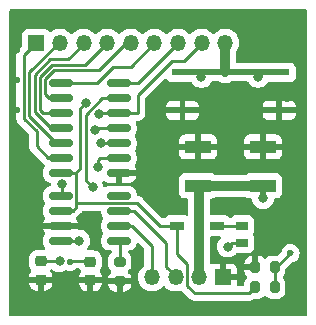
<source format=gbr>
%TF.GenerationSoftware,KiCad,Pcbnew,7.0.1-3b83917a11~172~ubuntu22.04.1*%
%TF.CreationDate,2023-03-19T17:12:06-07:00*%
%TF.ProjectId,CAN_Controller,43414e5f-436f-46e7-9472-6f6c6c65722e,rev?*%
%TF.SameCoordinates,Original*%
%TF.FileFunction,Copper,L2,Bot*%
%TF.FilePolarity,Positive*%
%FSLAX46Y46*%
G04 Gerber Fmt 4.6, Leading zero omitted, Abs format (unit mm)*
G04 Created by KiCad (PCBNEW 7.0.1-3b83917a11~172~ubuntu22.04.1) date 2023-03-19 17:12:06*
%MOMM*%
%LPD*%
G01*
G04 APERTURE LIST*
G04 Aperture macros list*
%AMRoundRect*
0 Rectangle with rounded corners*
0 $1 Rounding radius*
0 $2 $3 $4 $5 $6 $7 $8 $9 X,Y pos of 4 corners*
0 Add a 4 corners polygon primitive as box body*
4,1,4,$2,$3,$4,$5,$6,$7,$8,$9,$2,$3,0*
0 Add four circle primitives for the rounded corners*
1,1,$1+$1,$2,$3*
1,1,$1+$1,$4,$5*
1,1,$1+$1,$6,$7*
1,1,$1+$1,$8,$9*
0 Add four rect primitives between the rounded corners*
20,1,$1+$1,$2,$3,$4,$5,0*
20,1,$1+$1,$4,$5,$6,$7,0*
20,1,$1+$1,$6,$7,$8,$9,0*
20,1,$1+$1,$8,$9,$2,$3,0*%
G04 Aperture macros list end*
%TA.AperFunction,ComponentPad*%
%ADD10R,1.350000X1.350000*%
%TD*%
%TA.AperFunction,ComponentPad*%
%ADD11O,1.350000X1.350000*%
%TD*%
%TA.AperFunction,SMDPad,CuDef*%
%ADD12R,2.200000X1.100000*%
%TD*%
%TA.AperFunction,SMDPad,CuDef*%
%ADD13R,1.820000X0.620000*%
%TD*%
%TA.AperFunction,SMDPad,CuDef*%
%ADD14RoundRect,0.200000X0.275000X-0.200000X0.275000X0.200000X-0.275000X0.200000X-0.275000X-0.200000X0*%
%TD*%
%TA.AperFunction,SMDPad,CuDef*%
%ADD15RoundRect,0.150000X-0.825000X-0.150000X0.825000X-0.150000X0.825000X0.150000X-0.825000X0.150000X0*%
%TD*%
%TA.AperFunction,SMDPad,CuDef*%
%ADD16RoundRect,0.200000X-0.200000X-0.275000X0.200000X-0.275000X0.200000X0.275000X-0.200000X0.275000X0*%
%TD*%
%TA.AperFunction,SMDPad,CuDef*%
%ADD17RoundRect,0.225000X-0.250000X0.225000X-0.250000X-0.225000X0.250000X-0.225000X0.250000X0.225000X0*%
%TD*%
%TA.AperFunction,SMDPad,CuDef*%
%ADD18R,0.990000X0.780000*%
%TD*%
%TA.AperFunction,SMDPad,CuDef*%
%ADD19R,1.200000X0.750000*%
%TD*%
%TA.AperFunction,ViaPad*%
%ADD20C,0.533400*%
%TD*%
%TA.AperFunction,ViaPad*%
%ADD21C,0.800000*%
%TD*%
%TA.AperFunction,Conductor*%
%ADD22C,0.508000*%
%TD*%
%TA.AperFunction,Conductor*%
%ADD23C,0.825500*%
%TD*%
%TA.AperFunction,Conductor*%
%ADD24C,0.254000*%
%TD*%
%TA.AperFunction,Conductor*%
%ADD25C,0.250000*%
%TD*%
G04 APERTURE END LIST*
D10*
%TO.P,J1,1,Pin_1*%
%TO.N,GND*%
X138584000Y-95729000D03*
D11*
%TO.P,J1,2,Pin_2*%
%TO.N,Vdd*%
X136584000Y-95729000D03*
%TO.P,J1,3,Pin_3*%
%TO.N,CAN L*%
X134584000Y-95729000D03*
%TO.P,J1,4,Pin_4*%
%TO.N,CAN H*%
X132584000Y-95729000D03*
%TD*%
D10*
%TO.P,J5,1,Pin_1*%
%TO.N,Net-(J5-Pin_1)*%
X122794000Y-75879000D03*
D11*
%TO.P,J5,2,Pin_2*%
%TO.N,Net-(J5-Pin_2)*%
X124794000Y-75879000D03*
%TO.P,J5,3,Pin_3*%
%TO.N,Net-(J5-Pin_3)*%
X126794000Y-75879000D03*
%TO.P,J5,4,Pin_4*%
%TO.N,Net-(J5-Pin_4)*%
X128794000Y-75879000D03*
%TO.P,J5,5,Pin_5*%
%TO.N,Net-(J5-Pin_5)*%
X130794000Y-75879000D03*
%TO.P,J5,6,Pin_6*%
%TO.N,Net-(J5-Pin_6)*%
X132794000Y-75879000D03*
%TO.P,J5,7,Pin_7*%
%TO.N,Net-(J5-Pin_7)*%
X134794000Y-75879000D03*
%TO.P,J5,8,Pin_8*%
%TO.N,Net-(J5-Pin_8)*%
X136794000Y-75879000D03*
%TO.P,J5,9,Pin_9*%
%TO.N,Vos*%
X138794000Y-75879000D03*
%TD*%
D12*
%TO.P,C3,1*%
%TO.N,GND*%
X136499000Y-84679000D03*
%TO.P,C3,2*%
%TO.N,Vdd*%
X136499000Y-87979000D03*
%TD*%
D13*
%TO.P,C7,1*%
%TO.N,GND*%
X143369000Y-81579000D03*
%TO.P,C7,2*%
%TO.N,Vos*%
X143369000Y-78379000D03*
%TD*%
D12*
%TO.P,C4,1*%
%TO.N,GND*%
X141969000Y-84679000D03*
%TO.P,C4,2*%
%TO.N,Vdd*%
X141969000Y-87979000D03*
%TD*%
D14*
%TO.P,R1,1*%
%TO.N,GND*%
X129850000Y-96050000D03*
%TO.P,R1,2*%
%TO.N,Net-(U3-Rs)*%
X129850000Y-94400000D03*
%TD*%
D15*
%TO.P,U3,1,TXD*%
%TO.N,Net-(U2-TXCAN)*%
X124844000Y-92624000D03*
%TO.P,U3,2,VSS*%
%TO.N,GND*%
X124844000Y-91354000D03*
%TO.P,U3,3,VDD*%
%TO.N,Vos*%
X124844000Y-90084000D03*
%TO.P,U3,4,RXD*%
%TO.N,Net-(U2-RXCAN)*%
X124844000Y-88814000D03*
%TO.P,U3,5,Vref*%
%TO.N,unconnected-(U3-Vref-Pad5)*%
X129794000Y-88814000D03*
%TO.P,U3,6,CANL*%
%TO.N,CAN L*%
X129794000Y-90084000D03*
%TO.P,U3,7,CANH*%
%TO.N,CAN H*%
X129794000Y-91354000D03*
%TO.P,U3,8,Rs*%
%TO.N,Net-(U3-Rs)*%
X129794000Y-92624000D03*
%TD*%
D16*
%TO.P,R3,1*%
%TO.N,Vos*%
X141319836Y-96565000D03*
%TO.P,R3,2*%
%TO.N,Net-(U4-VFB)*%
X142969836Y-96565000D03*
%TD*%
D17*
%TO.P,C2,1*%
%TO.N,Net-(U2-OSC2)*%
X127369000Y-94404000D03*
%TO.P,C2,2*%
%TO.N,GND*%
X127369000Y-95954000D03*
%TD*%
D13*
%TO.P,C6,1*%
%TO.N,GND*%
X135169000Y-81579000D03*
%TO.P,C6,2*%
%TO.N,Vos*%
X135169000Y-78379000D03*
%TD*%
D18*
%TO.P,C5,1,1*%
%TO.N,Net-(U4-BOOST)*%
X140219000Y-92779000D03*
%TO.P,C5,2,2*%
%TO.N,Net-(D2-K)*%
X140219000Y-91379000D03*
%TD*%
D16*
%TO.P,R2,1*%
%TO.N,GND*%
X141315000Y-94870000D03*
%TO.P,R2,2*%
%TO.N,Net-(U4-VFB)*%
X142965000Y-94870000D03*
%TD*%
D19*
%TO.P,D2,1,K*%
%TO.N,Net-(D2-K)*%
X138119000Y-91354000D03*
%TO.P,D2,2,A*%
%TO.N,Vos*%
X134719000Y-91354000D03*
%TD*%
D17*
%TO.P,C1,1*%
%TO.N,Net-(U2-OSC1)*%
X123169000Y-94379000D03*
%TO.P,C1,2*%
%TO.N,GND*%
X123169000Y-95929000D03*
%TD*%
D15*
%TO.P,U1,1,VCC*%
%TO.N,Vos*%
X124844000Y-86909000D03*
%TO.P,U1,2,PA4*%
%TO.N,Net-(J5-Pin_1)*%
X124844000Y-85639000D03*
%TO.P,U1,3,PA5*%
%TO.N,Net-(J5-Pin_2)*%
X124844000Y-84369000D03*
%TO.P,U1,4,PA6*%
%TO.N,Net-(J5-Pin_3)*%
X124844000Y-83099000D03*
%TO.P,U1,5,PA7*%
%TO.N,Net-(J5-Pin_4)*%
X124844000Y-81829000D03*
%TO.P,U1,6,PB3*%
%TO.N,Net-(J5-Pin_5)*%
X124844000Y-80559000D03*
%TO.P,U1,7,PB2*%
%TO.N,Net-(J5-Pin_6)*%
X124844000Y-79289000D03*
%TO.P,U1,8,PB1*%
%TO.N,Net-(J5-Pin_7)*%
X129794000Y-79289000D03*
%TO.P,U1,9,PB0*%
%TO.N,Net-(U1-PB0)*%
X129794000Y-80559000D03*
%TO.P,U1,10,~{RESET}/PA0*%
%TO.N,Net-(J5-Pin_8)*%
X129794000Y-81829000D03*
%TO.P,U1,11,PA1*%
%TO.N,Net-(U1-PA1)*%
X129794000Y-83099000D03*
%TO.P,U1,12,PA2*%
%TO.N,Net-(U1-PA2)*%
X129794000Y-84369000D03*
%TO.P,U1,13,PA3*%
%TO.N,Net-(U1-PA3)*%
X129794000Y-85639000D03*
%TO.P,U1,14,GND*%
%TO.N,GND*%
X129794000Y-86909000D03*
%TD*%
D20*
%TO.N,GND*%
X121150000Y-84060000D03*
X123730000Y-98300000D03*
X141610000Y-86400000D03*
X126230000Y-73900000D03*
X121150000Y-76440000D03*
X144150000Y-92200000D03*
X141610000Y-83300000D03*
X144050000Y-80600000D03*
X128810000Y-98300000D03*
X144150000Y-86400000D03*
X131280000Y-94280000D03*
X123690000Y-73900000D03*
X121150000Y-91680000D03*
X136390000Y-73900000D03*
X121150000Y-94220000D03*
X141510000Y-98300000D03*
X143990000Y-76440000D03*
X138970000Y-98300000D03*
X127850000Y-92100000D03*
X136530000Y-86400000D03*
X131310000Y-73900000D03*
X121150000Y-78980000D03*
X144050000Y-95600000D03*
X133990000Y-86400000D03*
X126270000Y-98300000D03*
X141470000Y-73900000D03*
X133950000Y-89500000D03*
X121150000Y-96760000D03*
X136530000Y-83300000D03*
X127250000Y-90500000D03*
X133850000Y-73900000D03*
X133890000Y-98300000D03*
X139070000Y-83300000D03*
X144150000Y-83300000D03*
D21*
X125150000Y-95600000D03*
D20*
X121150000Y-89140000D03*
X144050000Y-98300000D03*
X133990000Y-83300000D03*
X136430000Y-98300000D03*
X141510000Y-80600000D03*
X121150000Y-98300000D03*
X139070000Y-86400000D03*
X136430000Y-80600000D03*
X141450000Y-76440000D03*
X138930000Y-73900000D03*
X121150000Y-81520000D03*
X121150000Y-73900000D03*
X133890000Y-80600000D03*
X122750000Y-92600000D03*
X144150000Y-89100000D03*
X128770000Y-73900000D03*
X121150000Y-86600000D03*
X144010000Y-73900000D03*
X138970000Y-80600000D03*
X131350000Y-98300000D03*
D21*
%TO.N,Vdd*%
X141984000Y-89041500D03*
%TO.N,Vos*%
X141569000Y-78779000D03*
X136769000Y-78779000D03*
X126981701Y-80941701D03*
%TO.N,Net-(U2-OSC1)*%
X124769000Y-94379000D03*
D20*
%TO.N,Net-(U2-OSC2)*%
X125650000Y-94400000D03*
D21*
%TO.N,Net-(U4-BOOST)*%
X139010000Y-93120000D03*
%TO.N,Net-(J5-Pin_8)*%
X128061300Y-81911300D03*
D20*
%TO.N,Net-(U4-VFB)*%
X144310000Y-93690000D03*
D21*
%TO.N,Net-(U1-PB0)*%
X127550000Y-88100000D03*
%TO.N,Net-(U1-PA1)*%
X127774451Y-83249049D03*
%TO.N,Net-(U1-PA2)*%
X128279000Y-84369000D03*
%TO.N,Net-(U1-PA3)*%
X128053103Y-86372397D03*
%TO.N,Net-(U2-TXCAN)*%
X126440000Y-92624000D03*
%TO.N,Net-(U2-RXCAN)*%
X124979000Y-87829000D03*
%TD*%
D22*
%TO.N,Vdd*%
X136584000Y-88064000D02*
X136499000Y-87979000D01*
D23*
X136499000Y-87979000D02*
X141969000Y-87979000D01*
D22*
X141969000Y-87979000D02*
X141969000Y-89026500D01*
D24*
X141969000Y-89026500D02*
X141984000Y-89041500D01*
D23*
X136584000Y-95729000D02*
X136584000Y-88064000D01*
D22*
%TO.N,Vos*%
X141584000Y-78764000D02*
X141584000Y-78379000D01*
D25*
X141569000Y-78779000D02*
X141969000Y-78379000D01*
X135584000Y-94594000D02*
X135584000Y-96444000D01*
D22*
X136769000Y-78779000D02*
X136769000Y-78394000D01*
D24*
X124844000Y-86909000D02*
X126059000Y-86909000D01*
D25*
X136369000Y-78379000D02*
X136769000Y-78779000D01*
X126470000Y-86538000D02*
X126099000Y-86909000D01*
X126981701Y-80941701D02*
X126529000Y-81394402D01*
X126470000Y-85590000D02*
X126470000Y-86538000D01*
D22*
X141569000Y-78779000D02*
X141584000Y-78764000D01*
X136784000Y-78379000D02*
X138769000Y-78379000D01*
D25*
X135584000Y-96444000D02*
X136200000Y-97060000D01*
X126203000Y-89459000D02*
X126144000Y-89400000D01*
X125866000Y-90084000D02*
X126144000Y-89806000D01*
D22*
X135169000Y-78379000D02*
X136784000Y-78379000D01*
D25*
X136200000Y-97060000D02*
X140824836Y-97060000D01*
X141969000Y-78379000D02*
X143369000Y-78379000D01*
X131349000Y-89459000D02*
X126203000Y-89459000D01*
X126144000Y-86954000D02*
X126099000Y-86909000D01*
X124844000Y-90084000D02*
X125866000Y-90084000D01*
D23*
X138794000Y-75879000D02*
X138794000Y-78354000D01*
D25*
X140824836Y-97060000D02*
X141319836Y-96565000D01*
X133244000Y-91354000D02*
X131349000Y-89459000D01*
X126529000Y-81394402D02*
X126529000Y-85531000D01*
D24*
X134719000Y-91354000D02*
X134719000Y-93729000D01*
D25*
X126144000Y-89806000D02*
X126144000Y-89400000D01*
D22*
X141584000Y-78379000D02*
X143369000Y-78379000D01*
D25*
X126529000Y-85531000D02*
X126470000Y-85590000D01*
X135169000Y-78379000D02*
X136369000Y-78379000D01*
D22*
X136769000Y-78394000D02*
X136784000Y-78379000D01*
D25*
X126144000Y-89400000D02*
X126144000Y-86954000D01*
X134719000Y-91354000D02*
X133244000Y-91354000D01*
X138794000Y-78354000D02*
X138769000Y-78379000D01*
X134719000Y-93729000D02*
X135584000Y-94594000D01*
X126099000Y-86909000D02*
X124844000Y-86909000D01*
D22*
X138769000Y-78379000D02*
X141584000Y-78379000D01*
D24*
%TO.N,CAN L*%
X131059000Y-90084000D02*
X133790000Y-92815000D01*
X133790000Y-92815000D02*
X133790000Y-94847500D01*
X133790000Y-94847500D02*
X134584000Y-95641500D01*
X129794000Y-90084000D02*
X131059000Y-90084000D01*
%TO.N,CAN H*%
X132580000Y-95725000D02*
X132580000Y-93030000D01*
X132584000Y-95729000D02*
X132580000Y-95725000D01*
X132580000Y-93030000D02*
X130904000Y-91354000D01*
X130904000Y-91354000D02*
X129794000Y-91354000D01*
D25*
%TO.N,Net-(U2-OSC1)*%
X124769000Y-94379000D02*
X123169000Y-94379000D01*
%TO.N,Net-(U2-OSC2)*%
X125750000Y-94300000D02*
X127265000Y-94300000D01*
X125650000Y-94400000D02*
X125750000Y-94300000D01*
%TO.N,Net-(U4-BOOST)*%
X139010000Y-93120000D02*
X139351000Y-92779000D01*
X139351000Y-92779000D02*
X140219000Y-92779000D01*
D24*
%TO.N,Net-(D2-K)*%
X138144000Y-91379000D02*
X138119000Y-91354000D01*
X140219000Y-91379000D02*
X138144000Y-91379000D01*
D25*
%TO.N,Net-(J5-Pin_1)*%
X121744000Y-82282147D02*
X121744000Y-76929000D01*
X124844000Y-85639000D02*
X123819000Y-85639000D01*
X122820000Y-83358147D02*
X121744000Y-82282147D01*
X121744000Y-76929000D02*
X122794000Y-75879000D01*
X122820000Y-84640000D02*
X122820000Y-83358147D01*
X123819000Y-85639000D02*
X122820000Y-84640000D01*
%TO.N,Net-(J5-Pin_2)*%
X124467249Y-84369000D02*
X122194000Y-82095751D01*
X124844000Y-84369000D02*
X124467249Y-84369000D01*
X122194000Y-82095751D02*
X122194000Y-78379000D01*
X122194000Y-78379000D02*
X122198061Y-78379000D01*
X124698061Y-75879000D02*
X124794000Y-75879000D01*
X122198061Y-78379000D02*
X124698061Y-75879000D01*
%TO.N,Net-(J5-Pin_3)*%
X126794000Y-75954000D02*
X126794000Y-75879000D01*
X125469000Y-77279000D02*
X126794000Y-75954000D01*
X122644000Y-78569457D02*
X123934457Y-77279000D01*
X122644000Y-81740396D02*
X122644000Y-78569457D01*
X123934457Y-77279000D02*
X125469000Y-77279000D01*
X124844000Y-83099000D02*
X124002604Y-83099000D01*
X124002604Y-83099000D02*
X122644000Y-81740396D01*
%TO.N,Net-(J5-Pin_4)*%
X124120853Y-77729000D02*
X126944000Y-77729000D01*
X124844000Y-81829000D02*
X123369000Y-81829000D01*
X123094000Y-78755853D02*
X124120853Y-77729000D01*
X126944000Y-77729000D02*
X128794000Y-75879000D01*
X123369000Y-81829000D02*
X123094000Y-81554000D01*
X123094000Y-81554000D02*
X123094000Y-78755853D01*
%TO.N,Net-(J5-Pin_5)*%
X124844000Y-80559000D02*
X123899000Y-80559000D01*
X124307249Y-78179000D02*
X128069000Y-78179000D01*
X128069000Y-78179000D02*
X130369000Y-75879000D01*
X123544000Y-78942249D02*
X124307249Y-78179000D01*
X130369000Y-75879000D02*
X130794000Y-75879000D01*
X123544000Y-80204000D02*
X123544000Y-78942249D01*
X123899000Y-80559000D02*
X123544000Y-80204000D01*
%TO.N,Net-(J5-Pin_6)*%
X127909000Y-79289000D02*
X129308000Y-77890000D01*
X129308000Y-77890000D02*
X130783000Y-77890000D01*
X130783000Y-77890000D02*
X132794000Y-75879000D01*
X124844000Y-79289000D02*
X127909000Y-79289000D01*
%TO.N,Net-(J5-Pin_7)*%
X131384000Y-79289000D02*
X134794000Y-75879000D01*
X129794000Y-79289000D02*
X131384000Y-79289000D01*
%TO.N,Net-(J5-Pin_8)*%
X129794000Y-81829000D02*
X131369000Y-81829000D01*
X131369000Y-81829000D02*
X131369000Y-80301792D01*
X134291792Y-77379000D02*
X135294000Y-77379000D01*
X135294000Y-77379000D02*
X136794000Y-75879000D01*
X128143600Y-81829000D02*
X128061300Y-81911300D01*
X131369000Y-80301792D02*
X134291792Y-77379000D01*
X129794000Y-81829000D02*
X128143600Y-81829000D01*
%TO.N,Net-(U4-VFB)*%
X142969836Y-94874836D02*
X142965000Y-94870000D01*
X143100000Y-94870000D02*
X142965000Y-94870000D01*
X142969836Y-96565000D02*
X142969836Y-94874836D01*
X144410000Y-93560000D02*
X143100000Y-94870000D01*
%TO.N,Net-(U1-PB0)*%
X126979000Y-87529000D02*
X126979000Y-81969000D01*
X128389000Y-80559000D02*
X129794000Y-80559000D01*
X126979000Y-81969000D02*
X128389000Y-80559000D01*
X127550000Y-88100000D02*
X126979000Y-87529000D01*
%TO.N,Net-(U1-PA1)*%
X127924500Y-83099000D02*
X129794000Y-83099000D01*
X127774451Y-83249049D02*
X127924500Y-83099000D01*
%TO.N,Net-(U1-PA2)*%
X128279000Y-84369000D02*
X129794000Y-84369000D01*
%TO.N,Net-(U1-PA3)*%
X128221000Y-85639000D02*
X129794000Y-85639000D01*
X128053103Y-85806897D02*
X128221000Y-85639000D01*
X128053103Y-86372397D02*
X128053103Y-85806897D01*
%TO.N,Net-(U2-TXCAN)*%
X126440000Y-92624000D02*
X124844000Y-92624000D01*
%TO.N,Net-(U2-RXCAN)*%
X124979000Y-87829000D02*
X124979000Y-88679000D01*
X124979000Y-88679000D02*
X124844000Y-88814000D01*
%TO.N,Net-(U3-Rs)*%
X129850000Y-92680000D02*
X129794000Y-92624000D01*
X129850000Y-94400000D02*
X129850000Y-92680000D01*
%TD*%
%TA.AperFunction,Conductor*%
%TO.N,GND*%
G36*
X145627500Y-73017113D02*
G01*
X145672887Y-73062500D01*
X145689500Y-73124500D01*
X145689500Y-98855500D01*
X145672887Y-98917500D01*
X145627500Y-98962887D01*
X145565500Y-98979500D01*
X120604145Y-98979500D01*
X120542104Y-98962863D01*
X120496710Y-98917417D01*
X120480145Y-98855357D01*
X120483239Y-96179000D01*
X122194001Y-96179000D01*
X122194001Y-96202315D01*
X122204143Y-96301605D01*
X122257453Y-96462486D01*
X122346426Y-96606732D01*
X122466267Y-96726573D01*
X122610513Y-96815546D01*
X122771393Y-96868856D01*
X122870685Y-96879000D01*
X122919000Y-96879000D01*
X122919000Y-96179000D01*
X123419000Y-96179000D01*
X123419000Y-96878999D01*
X123467315Y-96878999D01*
X123566605Y-96868856D01*
X123727486Y-96815546D01*
X123871732Y-96726573D01*
X123991573Y-96606732D01*
X124080546Y-96462486D01*
X124133856Y-96301606D01*
X124143828Y-96204000D01*
X126394001Y-96204000D01*
X126394001Y-96227315D01*
X126404143Y-96326605D01*
X126457453Y-96487486D01*
X126546426Y-96631732D01*
X126666267Y-96751573D01*
X126810513Y-96840546D01*
X126971393Y-96893856D01*
X127070685Y-96904000D01*
X127119000Y-96904000D01*
X127119000Y-96204000D01*
X127619000Y-96204000D01*
X127619000Y-96903999D01*
X127667315Y-96903999D01*
X127766605Y-96893856D01*
X127927486Y-96840546D01*
X128071732Y-96751573D01*
X128191573Y-96631732D01*
X128280546Y-96487486D01*
X128333856Y-96326606D01*
X128336574Y-96300000D01*
X128875001Y-96300000D01*
X128875001Y-96306579D01*
X128881408Y-96377104D01*
X128931981Y-96539397D01*
X129019925Y-96684875D01*
X129140124Y-96805074D01*
X129285603Y-96893019D01*
X129447893Y-96943590D01*
X129518424Y-96950000D01*
X129600000Y-96950000D01*
X129600000Y-96300000D01*
X130100000Y-96300000D01*
X130100000Y-96949999D01*
X130181579Y-96949999D01*
X130252104Y-96943591D01*
X130414397Y-96893018D01*
X130559875Y-96805074D01*
X130680074Y-96684875D01*
X130768019Y-96539396D01*
X130818590Y-96377106D01*
X130825000Y-96306576D01*
X130825000Y-96300000D01*
X130100000Y-96300000D01*
X129600000Y-96300000D01*
X128875001Y-96300000D01*
X128336574Y-96300000D01*
X128344000Y-96227315D01*
X128344000Y-96204000D01*
X127619000Y-96204000D01*
X127119000Y-96204000D01*
X126394001Y-96204000D01*
X124143828Y-96204000D01*
X124144000Y-96202315D01*
X124144000Y-96179000D01*
X123419000Y-96179000D01*
X122919000Y-96179000D01*
X122194001Y-96179000D01*
X120483239Y-96179000D01*
X120485003Y-94652871D01*
X122185500Y-94652871D01*
X122195763Y-94753336D01*
X122249697Y-94916099D01*
X122339715Y-95062041D01*
X122350001Y-95072326D01*
X122382096Y-95127912D01*
X122382098Y-95192099D01*
X122350006Y-95247687D01*
X122346427Y-95251265D01*
X122257453Y-95395513D01*
X122204143Y-95556393D01*
X122194000Y-95655685D01*
X122194000Y-95679000D01*
X124143999Y-95679000D01*
X124143999Y-95655685D01*
X124133856Y-95556394D01*
X124080546Y-95395513D01*
X123991573Y-95251267D01*
X123987996Y-95247690D01*
X123955901Y-95192099D01*
X123955904Y-95127907D01*
X123988003Y-95072321D01*
X123992926Y-95067398D01*
X124042289Y-95037154D01*
X124100001Y-95032615D01*
X124153484Y-95054770D01*
X124312245Y-95170117D01*
X124486714Y-95247795D01*
X124673511Y-95287500D01*
X124673513Y-95287500D01*
X124864487Y-95287500D01*
X124864489Y-95287500D01*
X125051285Y-95247795D01*
X125051286Y-95247794D01*
X125051288Y-95247794D01*
X125225752Y-95170118D01*
X125263582Y-95142632D01*
X125318445Y-95120267D01*
X125377423Y-95125909D01*
X125476409Y-95160546D01*
X125650000Y-95180105D01*
X125823590Y-95160546D01*
X125988475Y-95102850D01*
X126136388Y-95009911D01*
X126176478Y-94969820D01*
X126216708Y-94942939D01*
X126264161Y-94933500D01*
X126375803Y-94933500D01*
X126436235Y-94949222D01*
X126481341Y-94992403D01*
X126539713Y-95087038D01*
X126550001Y-95097326D01*
X126582096Y-95152912D01*
X126582098Y-95217099D01*
X126550006Y-95272687D01*
X126546427Y-95276265D01*
X126457453Y-95420513D01*
X126404143Y-95581393D01*
X126394000Y-95680685D01*
X126394000Y-95704000D01*
X128343999Y-95704000D01*
X128343999Y-95680685D01*
X128333856Y-95581394D01*
X128280546Y-95420513D01*
X128191573Y-95276267D01*
X128187996Y-95272690D01*
X128155902Y-95217101D01*
X128155903Y-95152912D01*
X128187997Y-95097327D01*
X128198285Y-95087040D01*
X128288302Y-94941101D01*
X128342236Y-94778336D01*
X128352500Y-94677872D01*
X128352500Y-94130128D01*
X128342236Y-94029664D01*
X128341850Y-94028500D01*
X128297614Y-93895001D01*
X128288302Y-93866899D01*
X128198285Y-93720960D01*
X128198284Y-93720959D01*
X128198283Y-93720957D01*
X128077042Y-93599716D01*
X127957021Y-93525686D01*
X127931101Y-93509698D01*
X127931100Y-93509697D01*
X127931099Y-93509697D01*
X127768336Y-93455763D01*
X127677183Y-93446451D01*
X127667872Y-93445500D01*
X127201333Y-93445500D01*
X127146198Y-93432568D01*
X127102563Y-93396470D01*
X127079529Y-93344735D01*
X127081901Y-93288154D01*
X127109181Y-93238529D01*
X127179040Y-93160944D01*
X127192445Y-93137727D01*
X127274527Y-92995556D01*
X127297680Y-92924298D01*
X127333542Y-92813928D01*
X127353504Y-92624000D01*
X127333542Y-92434072D01*
X127289817Y-92299500D01*
X127274527Y-92252443D01*
X127179042Y-92087058D01*
X127129385Y-92031909D01*
X127051253Y-91945134D01*
X126896752Y-91832882D01*
X126896751Y-91832881D01*
X126722285Y-91755204D01*
X126535489Y-91715500D01*
X126535487Y-91715500D01*
X126441662Y-91715500D01*
X126376872Y-91697227D01*
X126331177Y-91647795D01*
X126324157Y-91612505D01*
X126316295Y-91604000D01*
X123371704Y-91604000D01*
X123371900Y-91606488D01*
X123417719Y-91764200D01*
X123509291Y-91919040D01*
X123505921Y-91921032D01*
X123523160Y-91950890D01*
X123523165Y-92015072D01*
X123501284Y-92052979D01*
X123502521Y-92053710D01*
X123409854Y-92210399D01*
X123363438Y-92370165D01*
X123360500Y-92407501D01*
X123360500Y-92840499D01*
X123363438Y-92877834D01*
X123409854Y-93037600D01*
X123494547Y-93180808D01*
X123522558Y-93208819D01*
X123552808Y-93258182D01*
X123557350Y-93315898D01*
X123535195Y-93369385D01*
X123491172Y-93406985D01*
X123434877Y-93420500D01*
X122870128Y-93420500D01*
X122861606Y-93421370D01*
X122769663Y-93430763D01*
X122606900Y-93484697D01*
X122460957Y-93574716D01*
X122339716Y-93695957D01*
X122249697Y-93841900D01*
X122195763Y-94004663D01*
X122185500Y-94105129D01*
X122185500Y-94652871D01*
X120485003Y-94652871D01*
X120505516Y-76908941D01*
X121105780Y-76908941D01*
X121109950Y-76953057D01*
X121110500Y-76964726D01*
X121110500Y-82198514D01*
X121108210Y-82219255D01*
X121110439Y-82290164D01*
X121110500Y-82294060D01*
X121110500Y-82322002D01*
X121111018Y-82326103D01*
X121111934Y-82337744D01*
X121113326Y-82382035D01*
X121119022Y-82401639D01*
X121122967Y-82420691D01*
X121125525Y-82440945D01*
X121141838Y-82482148D01*
X121145621Y-82493196D01*
X121157982Y-82535740D01*
X121168374Y-82553313D01*
X121176931Y-82570780D01*
X121184448Y-82589765D01*
X121210491Y-82625610D01*
X121216905Y-82635374D01*
X121239458Y-82673509D01*
X121253890Y-82687941D01*
X121266526Y-82702736D01*
X121278526Y-82719252D01*
X121312667Y-82747496D01*
X121321308Y-82755359D01*
X122150181Y-83584233D01*
X122177061Y-83624461D01*
X122186500Y-83671914D01*
X122186500Y-84556367D01*
X122184210Y-84577108D01*
X122186439Y-84648017D01*
X122186500Y-84651913D01*
X122186500Y-84679855D01*
X122187018Y-84683956D01*
X122187934Y-84695597D01*
X122189326Y-84739888D01*
X122195022Y-84759492D01*
X122198967Y-84778544D01*
X122201525Y-84798798D01*
X122217838Y-84840001D01*
X122221621Y-84851049D01*
X122233982Y-84893593D01*
X122244374Y-84911166D01*
X122252931Y-84928633D01*
X122260448Y-84947618D01*
X122286491Y-84983463D01*
X122292905Y-84993227D01*
X122315458Y-85031362D01*
X122329890Y-85045794D01*
X122342526Y-85060589D01*
X122354526Y-85077105D01*
X122388667Y-85105349D01*
X122397308Y-85113212D01*
X123311910Y-86027814D01*
X123324959Y-86044101D01*
X123326999Y-86046016D01*
X123327000Y-86046018D01*
X123376701Y-86092690D01*
X123379434Y-86095338D01*
X123399230Y-86115134D01*
X123402493Y-86117665D01*
X123411369Y-86125245D01*
X123443679Y-86155586D01*
X123454077Y-86161302D01*
X123480876Y-86187268D01*
X123483442Y-86184702D01*
X123485031Y-86186290D01*
X123491599Y-86197658D01*
X123501065Y-86206830D01*
X123502512Y-86209276D01*
X123499381Y-86211127D01*
X123517142Y-86241868D01*
X123517162Y-86306055D01*
X123499390Y-86336857D01*
X123502521Y-86338709D01*
X123409854Y-86495399D01*
X123363438Y-86655165D01*
X123360500Y-86692501D01*
X123360500Y-87125499D01*
X123363438Y-87162834D01*
X123409854Y-87322600D01*
X123494547Y-87465808D01*
X123612191Y-87583452D01*
X123755399Y-87668145D01*
X123915165Y-87714561D01*
X123915169Y-87714562D01*
X123951810Y-87717445D01*
X124005944Y-87734774D01*
X124046660Y-87774437D01*
X124065401Y-87828101D01*
X124069662Y-87868639D01*
X124059176Y-87933022D01*
X124017465Y-87983176D01*
X123956070Y-88005219D01*
X123952499Y-88005500D01*
X123952498Y-88005500D01*
X123943712Y-88006191D01*
X123915165Y-88008438D01*
X123755399Y-88054854D01*
X123612191Y-88139547D01*
X123494547Y-88257191D01*
X123409854Y-88400399D01*
X123363438Y-88560165D01*
X123363438Y-88560169D01*
X123360500Y-88597498D01*
X123360500Y-89030502D01*
X123361051Y-89037500D01*
X123363438Y-89067834D01*
X123409854Y-89227600D01*
X123502521Y-89384291D01*
X123499390Y-89386142D01*
X123517152Y-89416906D01*
X123517152Y-89481094D01*
X123499390Y-89511857D01*
X123502521Y-89513709D01*
X123409854Y-89670399D01*
X123363438Y-89830165D01*
X123360500Y-89867501D01*
X123360500Y-90300499D01*
X123363438Y-90337834D01*
X123409854Y-90497600D01*
X123502521Y-90654291D01*
X123501285Y-90655021D01*
X123523155Y-90692887D01*
X123523176Y-90757053D01*
X123505924Y-90786969D01*
X123509291Y-90788961D01*
X123417719Y-90943799D01*
X123371900Y-91101511D01*
X123371704Y-91103999D01*
X123371705Y-91104000D01*
X126316295Y-91104000D01*
X126316295Y-91103999D01*
X126316099Y-91101511D01*
X126270280Y-90943799D01*
X126178709Y-90788960D01*
X126182079Y-90786966D01*
X126164836Y-90757101D01*
X126164839Y-90692911D01*
X126186709Y-90655034D01*
X126185472Y-90654303D01*
X126190398Y-90645971D01*
X126194055Y-90642313D01*
X126196937Y-90637323D01*
X126204538Y-90629723D01*
X126205591Y-90630776D01*
X126234018Y-90602346D01*
X126257362Y-90588542D01*
X126271800Y-90574103D01*
X126286588Y-90561472D01*
X126303107Y-90549472D01*
X126331359Y-90515319D01*
X126339203Y-90506699D01*
X126532816Y-90313086D01*
X126549097Y-90300044D01*
X126551014Y-90298002D01*
X126551018Y-90298000D01*
X126597706Y-90248279D01*
X126600323Y-90245579D01*
X126620134Y-90225770D01*
X126622672Y-90222497D01*
X126630241Y-90213634D01*
X126660586Y-90181321D01*
X126670422Y-90163427D01*
X126681104Y-90147165D01*
X126686286Y-90140485D01*
X126729709Y-90105141D01*
X126784255Y-90092500D01*
X128186500Y-90092500D01*
X128248500Y-90109113D01*
X128293887Y-90154500D01*
X128310500Y-90216500D01*
X128310500Y-90300499D01*
X128313438Y-90337834D01*
X128359854Y-90497600D01*
X128452521Y-90654291D01*
X128449390Y-90656142D01*
X128467152Y-90686906D01*
X128467152Y-90751094D01*
X128449390Y-90781857D01*
X128452521Y-90783709D01*
X128359854Y-90940399D01*
X128313438Y-91100165D01*
X128310500Y-91137501D01*
X128310500Y-91570499D01*
X128313438Y-91607834D01*
X128359854Y-91767600D01*
X128452521Y-91924291D01*
X128449390Y-91926142D01*
X128467152Y-91956906D01*
X128467152Y-92021094D01*
X128449390Y-92051857D01*
X128452521Y-92053709D01*
X128359854Y-92210399D01*
X128313438Y-92370165D01*
X128310500Y-92407501D01*
X128310500Y-92840499D01*
X128313438Y-92877834D01*
X128359854Y-93037600D01*
X128444547Y-93180808D01*
X128562191Y-93298452D01*
X128705399Y-93383145D01*
X128865165Y-93429561D01*
X128865169Y-93429562D01*
X128902498Y-93432500D01*
X129041166Y-93432500D01*
X129097461Y-93446015D01*
X129141484Y-93483615D01*
X129163639Y-93537102D01*
X129159097Y-93594818D01*
X129128847Y-93644181D01*
X129013184Y-93759843D01*
X128931480Y-93895000D01*
X128924173Y-93907087D01*
X128912617Y-93944173D01*
X128872986Y-94071353D01*
X128866500Y-94142733D01*
X128866500Y-94657268D01*
X128872986Y-94728649D01*
X128924171Y-94892910D01*
X129013184Y-95040156D01*
X129116358Y-95143330D01*
X129148452Y-95198917D01*
X129148452Y-95263105D01*
X129116358Y-95318692D01*
X129019925Y-95415124D01*
X128931980Y-95560603D01*
X128881409Y-95722893D01*
X128875000Y-95793424D01*
X128875000Y-95800000D01*
X130824999Y-95800000D01*
X130824999Y-95793421D01*
X130818591Y-95722895D01*
X130768018Y-95560602D01*
X130680075Y-95415126D01*
X130583641Y-95318693D01*
X130551547Y-95263105D01*
X130551547Y-95198917D01*
X130583639Y-95143331D01*
X130686816Y-95040155D01*
X130775827Y-94892913D01*
X130827013Y-94728649D01*
X130833500Y-94657265D01*
X130833499Y-94142736D01*
X130832919Y-94136358D01*
X130827013Y-94071350D01*
X130775828Y-93907089D01*
X130772394Y-93901409D01*
X130710404Y-93798864D01*
X130686815Y-93759843D01*
X130571153Y-93644181D01*
X130540903Y-93594818D01*
X130536361Y-93537102D01*
X130558516Y-93483615D01*
X130602539Y-93446015D01*
X130658834Y-93432500D01*
X130685499Y-93432500D01*
X130685502Y-93432500D01*
X130722831Y-93429562D01*
X130882601Y-93383145D01*
X131025807Y-93298453D01*
X131143453Y-93180807D01*
X131228145Y-93037601D01*
X131273368Y-92881940D01*
X131306149Y-92827491D01*
X131361605Y-92796434D01*
X131425163Y-92796933D01*
X131480124Y-92828857D01*
X131908181Y-93256914D01*
X131935061Y-93297142D01*
X131944500Y-93344595D01*
X131944500Y-94663897D01*
X131928830Y-94724235D01*
X131885779Y-94769323D01*
X131867726Y-94780501D01*
X131705636Y-94928264D01*
X131573456Y-95103299D01*
X131475692Y-95299635D01*
X131415667Y-95510604D01*
X131395430Y-95728999D01*
X131415667Y-95947395D01*
X131415667Y-95947398D01*
X131415668Y-95947399D01*
X131419932Y-95962387D01*
X131475692Y-96158364D01*
X131573456Y-96354700D01*
X131705636Y-96529735D01*
X131867724Y-96677497D01*
X131867726Y-96677498D01*
X131867727Y-96677499D01*
X132054209Y-96792964D01*
X132258732Y-96872197D01*
X132474333Y-96912500D01*
X132693665Y-96912500D01*
X132693667Y-96912500D01*
X132909268Y-96872197D01*
X133113791Y-96792964D01*
X133300273Y-96677499D01*
X133462364Y-96529734D01*
X133462365Y-96529733D01*
X133485046Y-96499699D01*
X133528728Y-96463425D01*
X133584000Y-96450425D01*
X133639272Y-96463425D01*
X133682954Y-96499699D01*
X133705634Y-96529733D01*
X133867724Y-96677497D01*
X133867726Y-96677498D01*
X133867727Y-96677499D01*
X134054209Y-96792964D01*
X134258732Y-96872197D01*
X134474333Y-96912500D01*
X134693665Y-96912500D01*
X134693667Y-96912500D01*
X134909268Y-96872197D01*
X134978509Y-96845372D01*
X135031691Y-96837283D01*
X135083299Y-96852481D01*
X135105585Y-96872176D01*
X135106458Y-96871122D01*
X135152667Y-96909349D01*
X135161308Y-96917212D01*
X135692910Y-97448814D01*
X135705959Y-97465101D01*
X135707999Y-97467016D01*
X135708000Y-97467018D01*
X135757701Y-97513690D01*
X135760465Y-97516369D01*
X135780231Y-97536135D01*
X135783497Y-97538668D01*
X135792375Y-97546250D01*
X135824679Y-97576586D01*
X135842570Y-97586421D01*
X135858823Y-97597097D01*
X135870816Y-97606399D01*
X135874961Y-97609615D01*
X135915618Y-97627208D01*
X135926102Y-97632343D01*
X135964940Y-97653695D01*
X135984714Y-97658772D01*
X136003119Y-97665073D01*
X136021855Y-97673181D01*
X136065630Y-97680113D01*
X136077041Y-97682477D01*
X136119970Y-97693500D01*
X136140384Y-97693500D01*
X136159783Y-97695027D01*
X136179943Y-97698220D01*
X136224056Y-97694050D01*
X136235726Y-97693500D01*
X140741203Y-97693500D01*
X140761944Y-97695789D01*
X140764741Y-97695701D01*
X140764745Y-97695702D01*
X140832853Y-97693560D01*
X140836749Y-97693500D01*
X140864690Y-97693500D01*
X140864692Y-97693500D01*
X140868792Y-97692981D01*
X140880442Y-97692064D01*
X140924725Y-97690673D01*
X140944334Y-97684975D01*
X140963367Y-97681033D01*
X140983633Y-97678474D01*
X141024842Y-97662157D01*
X141035873Y-97658380D01*
X141078429Y-97646018D01*
X141095996Y-97635628D01*
X141113468Y-97627068D01*
X141132453Y-97619552D01*
X141168311Y-97593498D01*
X141178049Y-97587101D01*
X141214130Y-97565764D01*
X141277247Y-97548499D01*
X141577104Y-97548499D01*
X141648485Y-97542013D01*
X141812746Y-97490828D01*
X141812746Y-97490827D01*
X141812749Y-97490827D01*
X141959991Y-97401816D01*
X141959992Y-97401814D01*
X142057155Y-97304653D01*
X142112742Y-97272559D01*
X142176930Y-97272559D01*
X142232517Y-97304653D01*
X142329679Y-97401815D01*
X142329681Y-97401816D01*
X142476923Y-97490827D01*
X142641187Y-97542013D01*
X142712571Y-97548500D01*
X143227100Y-97548499D01*
X143227104Y-97548499D01*
X143298485Y-97542013D01*
X143462746Y-97490828D01*
X143462746Y-97490827D01*
X143462749Y-97490827D01*
X143609991Y-97401816D01*
X143731652Y-97280155D01*
X143820663Y-97132913D01*
X143871849Y-96968649D01*
X143878336Y-96897265D01*
X143878335Y-96232736D01*
X143877842Y-96227315D01*
X143871849Y-96161350D01*
X143820664Y-95997089D01*
X143790625Y-95947399D01*
X143772249Y-95917000D01*
X143731651Y-95849843D01*
X143684571Y-95802764D01*
X143652476Y-95747176D01*
X143652476Y-95682988D01*
X143684571Y-95627400D01*
X143726815Y-95585156D01*
X143729025Y-95581501D01*
X143815827Y-95437913D01*
X143867013Y-95273649D01*
X143873500Y-95202265D01*
X143873499Y-95043764D01*
X143882938Y-94996313D01*
X143909815Y-94956087D01*
X144376015Y-94489888D01*
X144409892Y-94465852D01*
X144449811Y-94454352D01*
X144462045Y-94452973D01*
X144483590Y-94450546D01*
X144648475Y-94392850D01*
X144796388Y-94299911D01*
X144919911Y-94176388D01*
X145012850Y-94028475D01*
X145070546Y-93863590D01*
X145090105Y-93690000D01*
X145089904Y-93688220D01*
X145070546Y-93516409D01*
X145023157Y-93380980D01*
X145012850Y-93351525D01*
X145009204Y-93345723D01*
X144997538Y-93321774D01*
X144978939Y-93270111D01*
X144888972Y-93137729D01*
X144768910Y-93031879D01*
X144626296Y-92959214D01*
X144470092Y-92924298D01*
X144470088Y-92924298D01*
X144453772Y-92924810D01*
X144436001Y-92924091D01*
X144310000Y-92909894D01*
X144136409Y-92929453D01*
X143971524Y-92987149D01*
X143823611Y-93080088D01*
X143700088Y-93203611D01*
X143607149Y-93351524D01*
X143554370Y-93502357D01*
X143525010Y-93549083D01*
X143223913Y-93850181D01*
X143183685Y-93877061D01*
X143136232Y-93886500D01*
X142707731Y-93886500D01*
X142636350Y-93892986D01*
X142472089Y-93944171D01*
X142324843Y-94033184D01*
X142221670Y-94136358D01*
X142166083Y-94168452D01*
X142101895Y-94168452D01*
X142046308Y-94136358D01*
X141949875Y-94039925D01*
X141804396Y-93951980D01*
X141642106Y-93901409D01*
X141571576Y-93895000D01*
X141565000Y-93895000D01*
X141565000Y-94996000D01*
X141548387Y-95058000D01*
X141503000Y-95103387D01*
X141441000Y-95120000D01*
X140415001Y-95120000D01*
X140415001Y-95201579D01*
X140421408Y-95272104D01*
X140471981Y-95434397D01*
X140559925Y-95579875D01*
X140606276Y-95626226D01*
X140638370Y-95681813D01*
X140638370Y-95746001D01*
X140606276Y-95801588D01*
X140558020Y-95849843D01*
X140479943Y-95979000D01*
X140469009Y-95997087D01*
X140443416Y-96079218D01*
X140417822Y-96161353D01*
X140411336Y-96232734D01*
X140411336Y-96302500D01*
X140394723Y-96364500D01*
X140349336Y-96409887D01*
X140287336Y-96426500D01*
X139883000Y-96426500D01*
X139821000Y-96409887D01*
X139775613Y-96364500D01*
X139759000Y-96302500D01*
X139759000Y-95979000D01*
X138458000Y-95979000D01*
X138396000Y-95962387D01*
X138350613Y-95917000D01*
X138334000Y-95855000D01*
X138334000Y-94554000D01*
X138834000Y-94554000D01*
X138834000Y-95479000D01*
X139759000Y-95479000D01*
X139759000Y-95006176D01*
X139752597Y-94946624D01*
X139702352Y-94811910D01*
X139616188Y-94696811D01*
X139513583Y-94620000D01*
X140415000Y-94620000D01*
X141065000Y-94620000D01*
X141065000Y-93895001D01*
X141058421Y-93895001D01*
X140987895Y-93901408D01*
X140825602Y-93951981D01*
X140680124Y-94039925D01*
X140559925Y-94160124D01*
X140471980Y-94305603D01*
X140421409Y-94467893D01*
X140415000Y-94538424D01*
X140415000Y-94620000D01*
X139513583Y-94620000D01*
X139501089Y-94610647D01*
X139366375Y-94560402D01*
X139306824Y-94554000D01*
X138834000Y-94554000D01*
X138334000Y-94554000D01*
X137861176Y-94554000D01*
X137801624Y-94560402D01*
X137672584Y-94608532D01*
X137613797Y-94615383D01*
X137558530Y-94594206D01*
X137519374Y-94549825D01*
X137505250Y-94492350D01*
X137505250Y-92361500D01*
X137521863Y-92299500D01*
X137567250Y-92254113D01*
X137629250Y-92237500D01*
X138303592Y-92237500D01*
X138358727Y-92250432D01*
X138402362Y-92286530D01*
X138425396Y-92338265D01*
X138423024Y-92394846D01*
X138395744Y-92444468D01*
X138327533Y-92520224D01*
X138270957Y-92583058D01*
X138175472Y-92748443D01*
X138116458Y-92930070D01*
X138096496Y-93120000D01*
X138116458Y-93309929D01*
X138175472Y-93491556D01*
X138270957Y-93656941D01*
X138270960Y-93656944D01*
X138398747Y-93798866D01*
X138519366Y-93886501D01*
X138553248Y-93911118D01*
X138727714Y-93988795D01*
X138914511Y-94028500D01*
X138914513Y-94028500D01*
X139105487Y-94028500D01*
X139105489Y-94028500D01*
X139292285Y-93988795D01*
X139292286Y-93988794D01*
X139292288Y-93988794D01*
X139466752Y-93911118D01*
X139621253Y-93798866D01*
X139693590Y-93718527D01*
X139735304Y-93688220D01*
X139785739Y-93677500D01*
X140762634Y-93677500D01*
X140762638Y-93677500D01*
X140823201Y-93670989D01*
X140823203Y-93670988D01*
X140823205Y-93670988D01*
X140911154Y-93638184D01*
X140960204Y-93619889D01*
X141077261Y-93532261D01*
X141164889Y-93415204D01*
X141191225Y-93344595D01*
X141215988Y-93278205D01*
X141215988Y-93278203D01*
X141215989Y-93278201D01*
X141222500Y-93217638D01*
X141222500Y-92340362D01*
X141215989Y-92279799D01*
X141164889Y-92142796D01*
X141164888Y-92142795D01*
X141158658Y-92126091D01*
X141160086Y-92125558D01*
X141150862Y-92105362D01*
X141150862Y-92052638D01*
X141160086Y-92032441D01*
X141158658Y-92031909D01*
X141164938Y-92015072D01*
X141215989Y-91878201D01*
X141222500Y-91817638D01*
X141222500Y-90940362D01*
X141215989Y-90879799D01*
X141215988Y-90879797D01*
X141215988Y-90879794D01*
X141164889Y-90742796D01*
X141077261Y-90625738D01*
X140960203Y-90538110D01*
X140823205Y-90487011D01*
X140792919Y-90483755D01*
X140762638Y-90480500D01*
X139675362Y-90480500D01*
X139648445Y-90483393D01*
X139614794Y-90487011D01*
X139477796Y-90538110D01*
X139360740Y-90625737D01*
X139324510Y-90674135D01*
X139280747Y-90710708D01*
X139225243Y-90723824D01*
X139169739Y-90710708D01*
X139125976Y-90674135D01*
X139101027Y-90640807D01*
X139082261Y-90615739D01*
X139082259Y-90615738D01*
X139082259Y-90615737D01*
X138965203Y-90528110D01*
X138828205Y-90477011D01*
X138797919Y-90473755D01*
X138767638Y-90470500D01*
X138767634Y-90470500D01*
X137629250Y-90470500D01*
X137567250Y-90453887D01*
X137521863Y-90408500D01*
X137505250Y-90346500D01*
X137505250Y-89161500D01*
X137521863Y-89099500D01*
X137567250Y-89054113D01*
X137629250Y-89037500D01*
X137647634Y-89037500D01*
X137647638Y-89037500D01*
X137708201Y-89030989D01*
X137708203Y-89030988D01*
X137708205Y-89030988D01*
X137786124Y-89001924D01*
X137845204Y-88979889D01*
X137918548Y-88924983D01*
X137953701Y-88906596D01*
X137992860Y-88900250D01*
X140475140Y-88900250D01*
X140514299Y-88906596D01*
X140549450Y-88924983D01*
X140622796Y-88979889D01*
X140759794Y-89030988D01*
X140759797Y-89030988D01*
X140759799Y-89030989D01*
X140820362Y-89037500D01*
X140958426Y-89037500D01*
X141016641Y-89052015D01*
X141061227Y-89092160D01*
X141081745Y-89148535D01*
X141089529Y-89222598D01*
X141090458Y-89231429D01*
X141149472Y-89413056D01*
X141244957Y-89578441D01*
X141244960Y-89578444D01*
X141372747Y-89720366D01*
X141523872Y-89830165D01*
X141527248Y-89832618D01*
X141701714Y-89910295D01*
X141888511Y-89950000D01*
X141888513Y-89950000D01*
X142079487Y-89950000D01*
X142079489Y-89950000D01*
X142266285Y-89910295D01*
X142266286Y-89910294D01*
X142266288Y-89910294D01*
X142440752Y-89832618D01*
X142595253Y-89720366D01*
X142723040Y-89578444D01*
X142818527Y-89413056D01*
X142877542Y-89231428D01*
X142886254Y-89148535D01*
X142906773Y-89092160D01*
X142951359Y-89052015D01*
X143009574Y-89037500D01*
X143117634Y-89037500D01*
X143117638Y-89037500D01*
X143178201Y-89030989D01*
X143178203Y-89030988D01*
X143178205Y-89030988D01*
X143256124Y-89001924D01*
X143315204Y-88979889D01*
X143432261Y-88892261D01*
X143519889Y-88775204D01*
X143570989Y-88638201D01*
X143577500Y-88577638D01*
X143577500Y-87380362D01*
X143570989Y-87319799D01*
X143570988Y-87319797D01*
X143570988Y-87319794D01*
X143519889Y-87182796D01*
X143432261Y-87065738D01*
X143315203Y-86978110D01*
X143178205Y-86927011D01*
X143147919Y-86923755D01*
X143117638Y-86920500D01*
X140820362Y-86920500D01*
X140793445Y-86923393D01*
X140759794Y-86927011D01*
X140622796Y-86978110D01*
X140549450Y-87033017D01*
X140514299Y-87051404D01*
X140475140Y-87057750D01*
X137992860Y-87057750D01*
X137953701Y-87051404D01*
X137918550Y-87033017D01*
X137845203Y-86978110D01*
X137708205Y-86927011D01*
X137677919Y-86923755D01*
X137647638Y-86920500D01*
X135350362Y-86920500D01*
X135323445Y-86923393D01*
X135289794Y-86927011D01*
X135152796Y-86978110D01*
X135035738Y-87065738D01*
X134948110Y-87182796D01*
X134897011Y-87319794D01*
X134893393Y-87353445D01*
X134890500Y-87380362D01*
X134890500Y-88577638D01*
X134892880Y-88599774D01*
X134897011Y-88638205D01*
X134948110Y-88775203D01*
X135035738Y-88892261D01*
X135152796Y-88979889D01*
X135289794Y-89030988D01*
X135289797Y-89030988D01*
X135289799Y-89030989D01*
X135350362Y-89037500D01*
X135538750Y-89037500D01*
X135600750Y-89054113D01*
X135646137Y-89099500D01*
X135662750Y-89161500D01*
X135662750Y-90385899D01*
X135648626Y-90443374D01*
X135609470Y-90487755D01*
X135554203Y-90508932D01*
X135495416Y-90502081D01*
X135428201Y-90477011D01*
X135428200Y-90477010D01*
X135367638Y-90470500D01*
X134070362Y-90470500D01*
X134043445Y-90473393D01*
X134009794Y-90477011D01*
X133872796Y-90528110D01*
X133755738Y-90615738D01*
X133714513Y-90670810D01*
X133670751Y-90707384D01*
X133615246Y-90720500D01*
X133557766Y-90720500D01*
X133510313Y-90711061D01*
X133470085Y-90684181D01*
X131856088Y-89070183D01*
X131843044Y-89053901D01*
X131791331Y-89005340D01*
X131788564Y-89002659D01*
X131768770Y-88982865D01*
X131768769Y-88982864D01*
X131768768Y-88982863D01*
X131765495Y-88980324D01*
X131756622Y-88972745D01*
X131724321Y-88942414D01*
X131706433Y-88932580D01*
X131690169Y-88921896D01*
X131674040Y-88909385D01*
X131633377Y-88891789D01*
X131622883Y-88886648D01*
X131584062Y-88865305D01*
X131572386Y-88862307D01*
X131564284Y-88860227D01*
X131545879Y-88853926D01*
X131527145Y-88845819D01*
X131527143Y-88845818D01*
X131527142Y-88845818D01*
X131483383Y-88838887D01*
X131471943Y-88836518D01*
X131429031Y-88825500D01*
X131429030Y-88825500D01*
X131408616Y-88825500D01*
X131389227Y-88823974D01*
X131382100Y-88822845D01*
X131328615Y-88800692D01*
X131291015Y-88756668D01*
X131277500Y-88700373D01*
X131277500Y-88597501D01*
X131276043Y-88578990D01*
X131274562Y-88560169D01*
X131228145Y-88400399D01*
X131143453Y-88257193D01*
X131143452Y-88257191D01*
X131025808Y-88139547D01*
X130882600Y-88054854D01*
X130722834Y-88008438D01*
X130704166Y-88006969D01*
X130685502Y-88005500D01*
X128902498Y-88005500D01*
X128886499Y-88006759D01*
X128865165Y-88008438D01*
X128705399Y-88054854D01*
X128639444Y-88093860D01*
X128580542Y-88111056D01*
X128520607Y-88097906D01*
X128474315Y-88057629D01*
X128453003Y-88000092D01*
X128443542Y-87910072D01*
X128384527Y-87728444D01*
X128384526Y-87728442D01*
X128381384Y-87718772D01*
X128377095Y-87659519D01*
X128400860Y-87605071D01*
X128447224Y-87567926D01*
X128505545Y-87556611D01*
X128562436Y-87573722D01*
X128708802Y-87660282D01*
X128866506Y-87706099D01*
X128903361Y-87709000D01*
X129544000Y-87709000D01*
X129544000Y-87159000D01*
X130044000Y-87159000D01*
X130044000Y-87709000D01*
X130684639Y-87709000D01*
X130721493Y-87706099D01*
X130879197Y-87660282D01*
X131020557Y-87576682D01*
X131136682Y-87460557D01*
X131220280Y-87319200D01*
X131266099Y-87161488D01*
X131266295Y-87159000D01*
X130044000Y-87159000D01*
X129544000Y-87159000D01*
X129544000Y-86783000D01*
X129560613Y-86721000D01*
X129606000Y-86675613D01*
X129668000Y-86659000D01*
X131266295Y-86659000D01*
X131266295Y-86658999D01*
X131266099Y-86656511D01*
X131220280Y-86498799D01*
X131128709Y-86343960D01*
X131132079Y-86341966D01*
X131114836Y-86312101D01*
X131114839Y-86247911D01*
X131136716Y-86210022D01*
X131135479Y-86209291D01*
X131185181Y-86125249D01*
X131228145Y-86052601D01*
X131274562Y-85892831D01*
X131277500Y-85855502D01*
X131277500Y-85422498D01*
X131274562Y-85385169D01*
X131252575Y-85309490D01*
X131228145Y-85225399D01*
X131135479Y-85068709D01*
X131138612Y-85066855D01*
X131120851Y-85036106D01*
X131120851Y-84971894D01*
X131138612Y-84941144D01*
X131135479Y-84939291D01*
X131141565Y-84929000D01*
X134899000Y-84929000D01*
X134899000Y-85276824D01*
X134905402Y-85336375D01*
X134955647Y-85471089D01*
X135041811Y-85586188D01*
X135156910Y-85672352D01*
X135291624Y-85722597D01*
X135351176Y-85729000D01*
X136249000Y-85729000D01*
X136249000Y-84929000D01*
X136749000Y-84929000D01*
X136749000Y-85729000D01*
X137646824Y-85729000D01*
X137706375Y-85722597D01*
X137841089Y-85672352D01*
X137956188Y-85586188D01*
X138042352Y-85471089D01*
X138092597Y-85336375D01*
X138099000Y-85276824D01*
X138099000Y-84929000D01*
X140369000Y-84929000D01*
X140369000Y-85276824D01*
X140375402Y-85336375D01*
X140425647Y-85471089D01*
X140511811Y-85586188D01*
X140626910Y-85672352D01*
X140761624Y-85722597D01*
X140821176Y-85729000D01*
X141719000Y-85729000D01*
X141719000Y-84929000D01*
X142219000Y-84929000D01*
X142219000Y-85729000D01*
X143116824Y-85729000D01*
X143176375Y-85722597D01*
X143311089Y-85672352D01*
X143426188Y-85586188D01*
X143512352Y-85471089D01*
X143562597Y-85336375D01*
X143569000Y-85276824D01*
X143569000Y-84929000D01*
X142219000Y-84929000D01*
X141719000Y-84929000D01*
X140369000Y-84929000D01*
X138099000Y-84929000D01*
X136749000Y-84929000D01*
X136249000Y-84929000D01*
X134899000Y-84929000D01*
X131141565Y-84929000D01*
X131190988Y-84845430D01*
X131228145Y-84782601D01*
X131274562Y-84622831D01*
X131277500Y-84585502D01*
X131277500Y-84429000D01*
X134899000Y-84429000D01*
X136249000Y-84429000D01*
X136249000Y-83629000D01*
X136749000Y-83629000D01*
X136749000Y-84429000D01*
X138099000Y-84429000D01*
X140369000Y-84429000D01*
X141719000Y-84429000D01*
X141719000Y-83629000D01*
X142219000Y-83629000D01*
X142219000Y-84429000D01*
X143569000Y-84429000D01*
X143569000Y-84081176D01*
X143562597Y-84021624D01*
X143512352Y-83886910D01*
X143426188Y-83771811D01*
X143311089Y-83685647D01*
X143176375Y-83635402D01*
X143116824Y-83629000D01*
X142219000Y-83629000D01*
X141719000Y-83629000D01*
X140821176Y-83629000D01*
X140761624Y-83635402D01*
X140626910Y-83685647D01*
X140511811Y-83771811D01*
X140425647Y-83886910D01*
X140375402Y-84021624D01*
X140369000Y-84081176D01*
X140369000Y-84429000D01*
X138099000Y-84429000D01*
X138099000Y-84081176D01*
X138092597Y-84021624D01*
X138042352Y-83886910D01*
X137956188Y-83771811D01*
X137841089Y-83685647D01*
X137706375Y-83635402D01*
X137646824Y-83629000D01*
X136749000Y-83629000D01*
X136249000Y-83629000D01*
X135351176Y-83629000D01*
X135291624Y-83635402D01*
X135156910Y-83685647D01*
X135041811Y-83771811D01*
X134955647Y-83886910D01*
X134905402Y-84021624D01*
X134899000Y-84081176D01*
X134899000Y-84429000D01*
X131277500Y-84429000D01*
X131277500Y-84152498D01*
X131274562Y-84115169D01*
X131228145Y-83955399D01*
X131143453Y-83812193D01*
X131135479Y-83798709D01*
X131138612Y-83796855D01*
X131120851Y-83766106D01*
X131120851Y-83701894D01*
X131138612Y-83671144D01*
X131135479Y-83669291D01*
X131185782Y-83584233D01*
X131228145Y-83512601D01*
X131274562Y-83352831D01*
X131277500Y-83315502D01*
X131277500Y-82882498D01*
X131274562Y-82845169D01*
X131248470Y-82755359D01*
X131228146Y-82685401D01*
X131221113Y-82673509D01*
X131209060Y-82653128D01*
X131192145Y-82599347D01*
X131200792Y-82543633D01*
X131233214Y-82497507D01*
X131282708Y-82470504D01*
X131313396Y-82469253D01*
X131313271Y-82467259D01*
X131376271Y-82463295D01*
X131385015Y-82462744D01*
X131392801Y-82462500D01*
X131408855Y-82462500D01*
X131408856Y-82462500D01*
X131424800Y-82460485D01*
X131432484Y-82459758D01*
X131488650Y-82456225D01*
X131496653Y-82453624D01*
X131519444Y-82448529D01*
X131520066Y-82448450D01*
X131527797Y-82447474D01*
X131548921Y-82439109D01*
X131580066Y-82426779D01*
X131587372Y-82424147D01*
X131640875Y-82406764D01*
X131647989Y-82402248D01*
X131668780Y-82391654D01*
X131676617Y-82388552D01*
X131722104Y-82355502D01*
X131728543Y-82351128D01*
X131749633Y-82337744D01*
X131776018Y-82321000D01*
X131781787Y-82314856D01*
X131799290Y-82299424D01*
X131806107Y-82294472D01*
X131841953Y-82251139D01*
X131847082Y-82245322D01*
X131885586Y-82204321D01*
X131889645Y-82196935D01*
X131902762Y-82177635D01*
X131908133Y-82171144D01*
X131932075Y-82120262D01*
X131935595Y-82113353D01*
X131962695Y-82064060D01*
X131964789Y-82055900D01*
X131972694Y-82033943D01*
X131976283Y-82026318D01*
X131986821Y-81971072D01*
X131988509Y-81963515D01*
X132002500Y-81909030D01*
X132002500Y-81900607D01*
X132004696Y-81877373D01*
X132006275Y-81869093D01*
X132003753Y-81829000D01*
X133759000Y-81829000D01*
X133759000Y-81936824D01*
X133765402Y-81996375D01*
X133815647Y-82131089D01*
X133901811Y-82246188D01*
X134016910Y-82332352D01*
X134151624Y-82382597D01*
X134211176Y-82389000D01*
X134919000Y-82389000D01*
X134919000Y-81829000D01*
X135419000Y-81829000D01*
X135419000Y-82389000D01*
X136126824Y-82389000D01*
X136186375Y-82382597D01*
X136321089Y-82332352D01*
X136436188Y-82246188D01*
X136522352Y-82131089D01*
X136572597Y-81996375D01*
X136579000Y-81936824D01*
X136579000Y-81829000D01*
X141959000Y-81829000D01*
X141959000Y-81936824D01*
X141965402Y-81996375D01*
X142015647Y-82131089D01*
X142101811Y-82246188D01*
X142216910Y-82332352D01*
X142351624Y-82382597D01*
X142411176Y-82389000D01*
X143119000Y-82389000D01*
X143119000Y-81829000D01*
X143619000Y-81829000D01*
X143619000Y-82389000D01*
X144326824Y-82389000D01*
X144386375Y-82382597D01*
X144521089Y-82332352D01*
X144636188Y-82246188D01*
X144722352Y-82131089D01*
X144772597Y-81996375D01*
X144779000Y-81936824D01*
X144779000Y-81829000D01*
X143619000Y-81829000D01*
X143119000Y-81829000D01*
X141959000Y-81829000D01*
X136579000Y-81829000D01*
X135419000Y-81829000D01*
X134919000Y-81829000D01*
X133759000Y-81829000D01*
X132003753Y-81829000D01*
X132002745Y-81812986D01*
X132002500Y-81805199D01*
X132002500Y-81329000D01*
X133759000Y-81329000D01*
X134919000Y-81329000D01*
X134919000Y-80769000D01*
X135419000Y-80769000D01*
X135419000Y-81329000D01*
X136579000Y-81329000D01*
X141959000Y-81329000D01*
X143119000Y-81329000D01*
X143119000Y-80769000D01*
X143619000Y-80769000D01*
X143619000Y-81329000D01*
X144779000Y-81329000D01*
X144779000Y-81221176D01*
X144772597Y-81161624D01*
X144722352Y-81026910D01*
X144636188Y-80911811D01*
X144521089Y-80825647D01*
X144386375Y-80775402D01*
X144326824Y-80769000D01*
X143619000Y-80769000D01*
X143119000Y-80769000D01*
X142411176Y-80769000D01*
X142351624Y-80775402D01*
X142216910Y-80825647D01*
X142101811Y-80911811D01*
X142015647Y-81026910D01*
X141965402Y-81161624D01*
X141959000Y-81221176D01*
X141959000Y-81329000D01*
X136579000Y-81329000D01*
X136579000Y-81221176D01*
X136572597Y-81161624D01*
X136522352Y-81026910D01*
X136436188Y-80911811D01*
X136321089Y-80825647D01*
X136186375Y-80775402D01*
X136126824Y-80769000D01*
X135419000Y-80769000D01*
X134919000Y-80769000D01*
X134211176Y-80769000D01*
X134151624Y-80775402D01*
X134016910Y-80825647D01*
X133901811Y-80911811D01*
X133815647Y-81026910D01*
X133765402Y-81161624D01*
X133759000Y-81221176D01*
X133759000Y-81329000D01*
X132002500Y-81329000D01*
X132002500Y-80615558D01*
X132011939Y-80568105D01*
X132038819Y-80527877D01*
X132434524Y-80132172D01*
X133631310Y-78935384D01*
X133692631Y-78901901D01*
X133762322Y-78906885D01*
X133818256Y-78948756D01*
X133895740Y-79052262D01*
X134012796Y-79139889D01*
X134149794Y-79190988D01*
X134149797Y-79190988D01*
X134149799Y-79190989D01*
X134210362Y-79197500D01*
X135889985Y-79197500D01*
X135951985Y-79214113D01*
X135997371Y-79259499D01*
X136029960Y-79315944D01*
X136157747Y-79457866D01*
X136312247Y-79570117D01*
X136312248Y-79570118D01*
X136486714Y-79647795D01*
X136673511Y-79687500D01*
X136673513Y-79687500D01*
X136864487Y-79687500D01*
X136864489Y-79687500D01*
X137051285Y-79647795D01*
X137051286Y-79647794D01*
X137051288Y-79647794D01*
X137225752Y-79570118D01*
X137380253Y-79457866D01*
X137508040Y-79315944D01*
X137531535Y-79275250D01*
X137572960Y-79203500D01*
X137618347Y-79158113D01*
X137680347Y-79141500D01*
X138271416Y-79141500D01*
X138321851Y-79152220D01*
X138507752Y-79234988D01*
X138697171Y-79275250D01*
X138697173Y-79275250D01*
X138890827Y-79275250D01*
X138890829Y-79275250D01*
X139080247Y-79234988D01*
X139080248Y-79234987D01*
X139080250Y-79234987D01*
X139257162Y-79156221D01*
X139257162Y-79156220D01*
X139266148Y-79152220D01*
X139316583Y-79141500D01*
X140657653Y-79141500D01*
X140719653Y-79158113D01*
X140765040Y-79203500D01*
X140829957Y-79315941D01*
X140829960Y-79315944D01*
X140957747Y-79457866D01*
X141112247Y-79570117D01*
X141112248Y-79570118D01*
X141286714Y-79647795D01*
X141473511Y-79687500D01*
X141473513Y-79687500D01*
X141664487Y-79687500D01*
X141664489Y-79687500D01*
X141851285Y-79647795D01*
X141851286Y-79647794D01*
X141851288Y-79647794D01*
X142025752Y-79570118D01*
X142180253Y-79457866D01*
X142308040Y-79315944D01*
X142340627Y-79259500D01*
X142386015Y-79214113D01*
X142448015Y-79197500D01*
X144327634Y-79197500D01*
X144327638Y-79197500D01*
X144388201Y-79190989D01*
X144388203Y-79190988D01*
X144388205Y-79190988D01*
X144476344Y-79158113D01*
X144525204Y-79139889D01*
X144642261Y-79052261D01*
X144729889Y-78935204D01*
X144751924Y-78876124D01*
X144780988Y-78798205D01*
X144780988Y-78798203D01*
X144780989Y-78798201D01*
X144787500Y-78737638D01*
X144787500Y-78020362D01*
X144780989Y-77959799D01*
X144780988Y-77959797D01*
X144780988Y-77959794D01*
X144729889Y-77822796D01*
X144642261Y-77705738D01*
X144525203Y-77618110D01*
X144388205Y-77567011D01*
X144357919Y-77563755D01*
X144327638Y-77560500D01*
X142410362Y-77560500D01*
X142361911Y-77565708D01*
X142349798Y-77567011D01*
X142238076Y-77608682D01*
X142194742Y-77616500D01*
X141673123Y-77616500D01*
X141609792Y-77616500D01*
X141602582Y-77616290D01*
X141539363Y-77612607D01*
X141527975Y-77614616D01*
X141506442Y-77616500D01*
X139839250Y-77616500D01*
X139777250Y-77599887D01*
X139731863Y-77554500D01*
X139715250Y-77492500D01*
X139715250Y-76664505D01*
X139721678Y-76625099D01*
X139740296Y-76589778D01*
X139754051Y-76571563D01*
X139804543Y-76504701D01*
X139902309Y-76308361D01*
X139962332Y-76097399D01*
X139982570Y-75879000D01*
X139962332Y-75660601D01*
X139902309Y-75449639D01*
X139804543Y-75253299D01*
X139793999Y-75239337D01*
X139672363Y-75078264D01*
X139510275Y-74930502D01*
X139323791Y-74815036D01*
X139323790Y-74815035D01*
X139119268Y-74735803D01*
X138903667Y-74695500D01*
X138684333Y-74695500D01*
X138468732Y-74735802D01*
X138468732Y-74735803D01*
X138264208Y-74815036D01*
X138077724Y-74930502D01*
X137915636Y-75078265D01*
X137892953Y-75108303D01*
X137849271Y-75144576D01*
X137794000Y-75157575D01*
X137738729Y-75144576D01*
X137695047Y-75108303D01*
X137672363Y-75078265D01*
X137510275Y-74930502D01*
X137323791Y-74815036D01*
X137323790Y-74815035D01*
X137119268Y-74735803D01*
X136903667Y-74695500D01*
X136684333Y-74695500D01*
X136468732Y-74735802D01*
X136468732Y-74735803D01*
X136264208Y-74815036D01*
X136077724Y-74930502D01*
X135915636Y-75078265D01*
X135892953Y-75108303D01*
X135849271Y-75144576D01*
X135794000Y-75157575D01*
X135738729Y-75144576D01*
X135695047Y-75108303D01*
X135672363Y-75078265D01*
X135510275Y-74930502D01*
X135323791Y-74815036D01*
X135323790Y-74815035D01*
X135119268Y-74735803D01*
X134903667Y-74695500D01*
X134684333Y-74695500D01*
X134468732Y-74735802D01*
X134468732Y-74735803D01*
X134264208Y-74815036D01*
X134077724Y-74930502D01*
X133915636Y-75078265D01*
X133892953Y-75108303D01*
X133849271Y-75144576D01*
X133794000Y-75157575D01*
X133738729Y-75144576D01*
X133695047Y-75108303D01*
X133672363Y-75078265D01*
X133510275Y-74930502D01*
X133323791Y-74815036D01*
X133323790Y-74815035D01*
X133119268Y-74735803D01*
X132903667Y-74695500D01*
X132684333Y-74695500D01*
X132468732Y-74735802D01*
X132468732Y-74735803D01*
X132264208Y-74815036D01*
X132077724Y-74930502D01*
X131915636Y-75078265D01*
X131892953Y-75108303D01*
X131849271Y-75144576D01*
X131794000Y-75157575D01*
X131738729Y-75144576D01*
X131695047Y-75108303D01*
X131672363Y-75078265D01*
X131510275Y-74930502D01*
X131323791Y-74815036D01*
X131323790Y-74815035D01*
X131119268Y-74735803D01*
X130903667Y-74695500D01*
X130684333Y-74695500D01*
X130468732Y-74735802D01*
X130468732Y-74735803D01*
X130264208Y-74815036D01*
X130077724Y-74930502D01*
X129915636Y-75078265D01*
X129892953Y-75108303D01*
X129849271Y-75144576D01*
X129794000Y-75157575D01*
X129738729Y-75144576D01*
X129695047Y-75108303D01*
X129672363Y-75078265D01*
X129510275Y-74930502D01*
X129323791Y-74815036D01*
X129323790Y-74815035D01*
X129119268Y-74735803D01*
X128903667Y-74695500D01*
X128684333Y-74695500D01*
X128468732Y-74735802D01*
X128468732Y-74735803D01*
X128264208Y-74815036D01*
X128077724Y-74930502D01*
X127915636Y-75078265D01*
X127892953Y-75108303D01*
X127849271Y-75144576D01*
X127794000Y-75157575D01*
X127738729Y-75144576D01*
X127695047Y-75108303D01*
X127672363Y-75078265D01*
X127510275Y-74930502D01*
X127323791Y-74815036D01*
X127323790Y-74815035D01*
X127119268Y-74735803D01*
X126903667Y-74695500D01*
X126684333Y-74695500D01*
X126468732Y-74735802D01*
X126468732Y-74735803D01*
X126264208Y-74815036D01*
X126077724Y-74930502D01*
X125915636Y-75078265D01*
X125892953Y-75108303D01*
X125849271Y-75144576D01*
X125794000Y-75157575D01*
X125738729Y-75144576D01*
X125695047Y-75108303D01*
X125672363Y-75078265D01*
X125510275Y-74930502D01*
X125323791Y-74815036D01*
X125323790Y-74815035D01*
X125119268Y-74735803D01*
X124903667Y-74695500D01*
X124684333Y-74695500D01*
X124468732Y-74735802D01*
X124468732Y-74735803D01*
X124264208Y-74815036D01*
X124077723Y-74930503D01*
X124072707Y-74935076D01*
X124011784Y-74965355D01*
X123944054Y-74958934D01*
X123889907Y-74917745D01*
X123832261Y-74840739D01*
X123832259Y-74840738D01*
X123832259Y-74840737D01*
X123715203Y-74753110D01*
X123578205Y-74702011D01*
X123547919Y-74698755D01*
X123517638Y-74695500D01*
X122070362Y-74695500D01*
X122043445Y-74698393D01*
X122009794Y-74702011D01*
X121872796Y-74753110D01*
X121755738Y-74840738D01*
X121668110Y-74957796D01*
X121617011Y-75094794D01*
X121610500Y-75155366D01*
X121610500Y-76115233D01*
X121601061Y-76162686D01*
X121574183Y-76202911D01*
X121361995Y-76415098D01*
X121355180Y-76421914D01*
X121338895Y-76434962D01*
X121290339Y-76486668D01*
X121287633Y-76489461D01*
X121267861Y-76509233D01*
X121265321Y-76512508D01*
X121257752Y-76521369D01*
X121227414Y-76553677D01*
X121217582Y-76571563D01*
X121206901Y-76587823D01*
X121194385Y-76603959D01*
X121176786Y-76644628D01*
X121171648Y-76655117D01*
X121150303Y-76693943D01*
X121145226Y-76713718D01*
X121138925Y-76732123D01*
X121130818Y-76750856D01*
X121123888Y-76794610D01*
X121121520Y-76806046D01*
X121110500Y-76848970D01*
X121110500Y-76869384D01*
X121108973Y-76888783D01*
X121105780Y-76908941D01*
X120505516Y-76908941D01*
X120509857Y-73153660D01*
X120526485Y-73091777D01*
X120571785Y-73046458D01*
X120633657Y-73029803D01*
X139080250Y-73000500D01*
X145565500Y-73000500D01*
X145627500Y-73017113D01*
G37*
%TD.AperFunction*%
%TD*%
M02*

</source>
